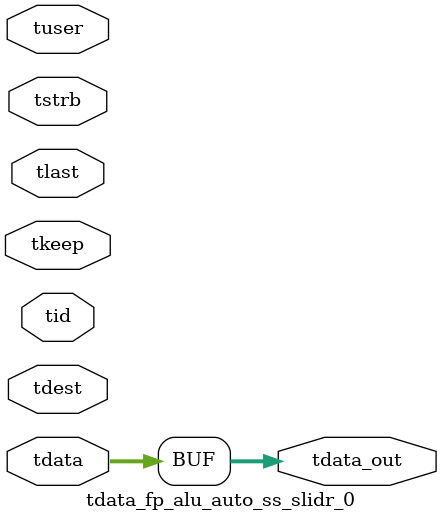
<source format=v>


`timescale 1ps/1ps

module tdata_fp_alu_auto_ss_slidr_0 #
(
parameter C_S_AXIS_TDATA_WIDTH = 32,
parameter C_S_AXIS_TUSER_WIDTH = 0,
parameter C_S_AXIS_TID_WIDTH   = 0,
parameter C_S_AXIS_TDEST_WIDTH = 0,
parameter C_M_AXIS_TDATA_WIDTH = 32
)
(
input  [(C_S_AXIS_TDATA_WIDTH == 0 ? 1 : C_S_AXIS_TDATA_WIDTH)-1:0     ] tdata,
input  [(C_S_AXIS_TUSER_WIDTH == 0 ? 1 : C_S_AXIS_TUSER_WIDTH)-1:0     ] tuser,
input  [(C_S_AXIS_TID_WIDTH   == 0 ? 1 : C_S_AXIS_TID_WIDTH)-1:0       ] tid,
input  [(C_S_AXIS_TDEST_WIDTH == 0 ? 1 : C_S_AXIS_TDEST_WIDTH)-1:0     ] tdest,
input  [(C_S_AXIS_TDATA_WIDTH/8)-1:0 ] tkeep,
input  [(C_S_AXIS_TDATA_WIDTH/8)-1:0 ] tstrb,
input                                                                    tlast,
output [C_M_AXIS_TDATA_WIDTH-1:0] tdata_out
);

assign tdata_out = {tdata[31:0]};

endmodule


</source>
